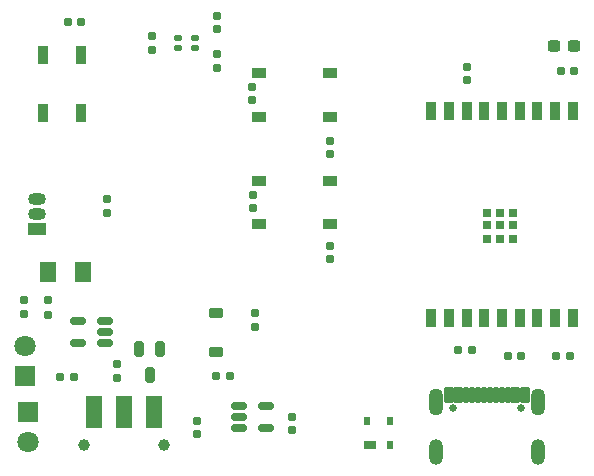
<source format=gbr>
%TF.GenerationSoftware,KiCad,Pcbnew,7.0.8*%
%TF.CreationDate,2023-10-04T18:10:58+08:00*%
%TF.ProjectId,Arsnic,4172736e-6963-42e6-9b69-6361645f7063,rev?*%
%TF.SameCoordinates,Original*%
%TF.FileFunction,Soldermask,Top*%
%TF.FilePolarity,Negative*%
%FSLAX46Y46*%
G04 Gerber Fmt 4.6, Leading zero omitted, Abs format (unit mm)*
G04 Created by KiCad (PCBNEW 7.0.8) date 2023-10-04 18:10:58*
%MOMM*%
%LPD*%
G01*
G04 APERTURE LIST*
G04 Aperture macros list*
%AMRoundRect*
0 Rectangle with rounded corners*
0 $1 Rounding radius*
0 $2 $3 $4 $5 $6 $7 $8 $9 X,Y pos of 4 corners*
0 Add a 4 corners polygon primitive as box body*
4,1,4,$2,$3,$4,$5,$6,$7,$8,$9,$2,$3,0*
0 Add four circle primitives for the rounded corners*
1,1,$1+$1,$2,$3*
1,1,$1+$1,$4,$5*
1,1,$1+$1,$6,$7*
1,1,$1+$1,$8,$9*
0 Add four rect primitives between the rounded corners*
20,1,$1+$1,$2,$3,$4,$5,0*
20,1,$1+$1,$4,$5,$6,$7,0*
20,1,$1+$1,$6,$7,$8,$9,0*
20,1,$1+$1,$8,$9,$2,$3,0*%
G04 Aperture macros list end*
%ADD10RoundRect,0.102000X-0.600000X-1.250000X0.600000X-1.250000X0.600000X1.250000X-0.600000X1.250000X0*%
%ADD11C,1.000000*%
%ADD12R,0.900000X1.500000*%
%ADD13RoundRect,0.155000X0.155000X-0.212500X0.155000X0.212500X-0.155000X0.212500X-0.155000X-0.212500X0*%
%ADD14RoundRect,0.237500X0.300000X0.237500X-0.300000X0.237500X-0.300000X-0.237500X0.300000X-0.237500X0*%
%ADD15RoundRect,0.155000X0.212500X0.155000X-0.212500X0.155000X-0.212500X-0.155000X0.212500X-0.155000X0*%
%ADD16RoundRect,0.150800X-0.256200X0.496200X-0.256200X-0.496200X0.256200X-0.496200X0.256200X0.496200X0*%
%ADD17RoundRect,0.250001X0.462499X0.624999X-0.462499X0.624999X-0.462499X-0.624999X0.462499X-0.624999X0*%
%ADD18R,0.700000X0.700000*%
%ADD19RoundRect,0.150000X-0.512500X-0.150000X0.512500X-0.150000X0.512500X0.150000X-0.512500X0.150000X0*%
%ADD20RoundRect,0.155000X-0.212500X-0.155000X0.212500X-0.155000X0.212500X0.155000X-0.212500X0.155000X0*%
%ADD21RoundRect,0.160000X0.160000X-0.197500X0.160000X0.197500X-0.160000X0.197500X-0.160000X-0.197500X0*%
%ADD22RoundRect,0.155000X-0.155000X0.212500X-0.155000X-0.212500X0.155000X-0.212500X0.155000X0.212500X0*%
%ADD23RoundRect,0.102000X-0.500000X-0.350000X0.500000X-0.350000X0.500000X0.350000X-0.500000X0.350000X0*%
%ADD24RoundRect,0.160000X-0.160000X0.197500X-0.160000X-0.197500X0.160000X-0.197500X0.160000X0.197500X0*%
%ADD25R,1.000000X0.700000*%
%ADD26R,0.600000X0.700000*%
%ADD27RoundRect,0.225000X0.375000X-0.225000X0.375000X0.225000X-0.375000X0.225000X-0.375000X-0.225000X0*%
%ADD28RoundRect,0.150000X0.512500X0.150000X-0.512500X0.150000X-0.512500X-0.150000X0.512500X-0.150000X0*%
%ADD29R,1.800000X1.800000*%
%ADD30C,1.800000*%
%ADD31RoundRect,0.102000X0.250000X0.150000X-0.250000X0.150000X-0.250000X-0.150000X0.250000X-0.150000X0*%
%ADD32C,0.650000*%
%ADD33RoundRect,0.102000X-0.300000X-0.575000X0.300000X-0.575000X0.300000X0.575000X-0.300000X0.575000X0*%
%ADD34RoundRect,0.102000X-0.150000X-0.575000X0.150000X-0.575000X0.150000X0.575000X-0.150000X0.575000X0*%
%ADD35O,1.254000X2.304000*%
%ADD36O,1.204000X2.204000*%
%ADD37R,1.500000X1.050000*%
%ADD38O,1.500000X1.050000*%
G04 APERTURE END LIST*
D10*
%TO.C,S1*%
X113150000Y-135350000D03*
X110650000Y-135350000D03*
X108150000Y-135350000D03*
D11*
X114050000Y-138100000D03*
X107250000Y-138100000D03*
%TD*%
D12*
%TO.C,D3*%
X107050000Y-105150000D03*
X103750000Y-105150000D03*
X103750000Y-110050000D03*
X107050000Y-110050000D03*
%TD*%
D13*
%TO.C,C11*%
X121550000Y-118067500D03*
X121550000Y-116932500D03*
%TD*%
D14*
%TO.C,C8*%
X148750000Y-104350000D03*
X147025000Y-104350000D03*
%TD*%
D13*
%TO.C,R11*%
X128100000Y-113535000D03*
X128100000Y-112400000D03*
%TD*%
D15*
%TO.C,C6*%
X107050000Y-102350000D03*
X105915000Y-102350000D03*
%TD*%
D16*
%TO.C,Q1*%
X113730000Y-130050000D03*
X111900000Y-130050000D03*
X112815000Y-132190000D03*
%TD*%
D17*
%TO.C,F1*%
X107187500Y-123500000D03*
X104212500Y-123500000D03*
%TD*%
D12*
%TO.C,U5*%
X148650000Y-109850000D03*
X147150000Y-109850000D03*
X145650000Y-109850000D03*
X144150000Y-109850000D03*
X142650000Y-109850000D03*
X141150000Y-109850000D03*
X139650000Y-109850000D03*
X138150000Y-109850000D03*
X136650000Y-109850000D03*
X136650000Y-127350000D03*
X138150000Y-127350000D03*
X139650000Y-127350000D03*
X141150000Y-127350000D03*
X142650000Y-127350000D03*
X144150000Y-127350000D03*
X145650000Y-127350000D03*
X147150000Y-127350000D03*
X148650000Y-127350000D03*
D18*
X143550000Y-118460000D03*
X142450000Y-118460000D03*
X141350000Y-118460000D03*
X143550000Y-119510000D03*
X142450000Y-119510000D03*
X141350000Y-119510000D03*
X143550000Y-120660000D03*
X142450000Y-120660000D03*
X141350000Y-120660000D03*
%TD*%
D15*
%TO.C,C9*%
X148767500Y-106450000D03*
X147632500Y-106450000D03*
%TD*%
D19*
%TO.C,U2*%
X120387500Y-134800000D03*
X120387500Y-135750000D03*
X120387500Y-136700000D03*
X122662500Y-136700000D03*
X122662500Y-134800000D03*
%TD*%
D20*
%TO.C,R6*%
X138965000Y-130100000D03*
X140100000Y-130100000D03*
%TD*%
D21*
%TO.C,R10*%
X109250000Y-118495000D03*
X109250000Y-117300000D03*
%TD*%
D13*
%TO.C,C10*%
X121450000Y-108967500D03*
X121450000Y-107832500D03*
%TD*%
D22*
%TO.C,R8*%
X118550000Y-101800000D03*
X118550000Y-102935000D03*
%TD*%
D13*
%TO.C,R9*%
X118550000Y-106185000D03*
X118550000Y-105050000D03*
%TD*%
D23*
%TO.C,SW1*%
X122100000Y-115750000D03*
X128100000Y-115750000D03*
X122100000Y-119450000D03*
X128100000Y-119450000D03*
%TD*%
D22*
%TO.C,C4*%
X110050000Y-131300000D03*
X110050000Y-132435000D03*
%TD*%
D24*
%TO.C,R1*%
X121775000Y-126950000D03*
X121775000Y-128145000D03*
%TD*%
D20*
%TO.C,R5*%
X105265000Y-132350000D03*
X106400000Y-132350000D03*
%TD*%
D22*
%TO.C,C1*%
X116862500Y-136100000D03*
X116862500Y-137235000D03*
%TD*%
D25*
%TO.C,D4*%
X131450000Y-138100000D03*
D26*
X133150000Y-138100000D03*
X133150000Y-136100000D03*
X131250000Y-136100000D03*
%TD*%
D13*
%TO.C,R2*%
X139650000Y-107235000D03*
X139650000Y-106100000D03*
%TD*%
D20*
%TO.C,R7*%
X143150000Y-130600000D03*
X144285000Y-130600000D03*
%TD*%
D27*
%TO.C,D1*%
X118475000Y-130300000D03*
X118475000Y-127000000D03*
%TD*%
D28*
%TO.C,U1*%
X109050000Y-129500000D03*
X109050000Y-128550000D03*
X109050000Y-127600000D03*
X106775000Y-127600000D03*
X106775000Y-129500000D03*
%TD*%
D29*
%TO.C,D2*%
X102250000Y-132290000D03*
D30*
X102250000Y-129750000D03*
%TD*%
D31*
%TO.C,U3*%
X116650000Y-104517500D03*
X116650000Y-103717500D03*
X115250000Y-103717500D03*
X115250000Y-104517500D03*
%TD*%
D20*
%TO.C,R3*%
X147265000Y-130600000D03*
X148400000Y-130600000D03*
%TD*%
D22*
%TO.C,C7*%
X113000000Y-103550000D03*
X113000000Y-104685000D03*
%TD*%
%TO.C,C3*%
X102150000Y-125900000D03*
X102150000Y-127035000D03*
%TD*%
%TO.C,C2*%
X124850000Y-135750000D03*
X124850000Y-136885000D03*
%TD*%
D24*
%TO.C,R4*%
X104200000Y-125900000D03*
X104200000Y-127095000D03*
%TD*%
D20*
%TO.C,C5*%
X118465000Y-132300000D03*
X119600000Y-132300000D03*
%TD*%
D13*
%TO.C,R12*%
X128100000Y-122385000D03*
X128100000Y-121250000D03*
%TD*%
D23*
%TO.C,SW2*%
X122100000Y-106650000D03*
X128100000Y-106650000D03*
X122100000Y-110350000D03*
X128100000Y-110350000D03*
%TD*%
D32*
%TO.C,J1*%
X138480000Y-135020000D03*
X144260000Y-135020000D03*
D33*
X138170000Y-133945000D03*
X138970000Y-133945000D03*
D34*
X140120000Y-133945000D03*
X141120000Y-133945000D03*
X141620000Y-133945000D03*
X142620000Y-133945000D03*
D33*
X144570000Y-133945000D03*
X143770000Y-133945000D03*
D34*
X143120000Y-133945000D03*
X142120000Y-133945000D03*
X140620000Y-133945000D03*
X139620000Y-133945000D03*
D35*
X137050000Y-134520000D03*
D36*
X137050000Y-138700000D03*
X145690000Y-138700000D03*
D35*
X145690000Y-134520000D03*
%TD*%
D29*
%TO.C,BT1*%
X102525000Y-135350000D03*
D30*
X102525000Y-137890000D03*
%TD*%
D37*
%TO.C,U4*%
X103250000Y-119870000D03*
D38*
X103250000Y-118600000D03*
X103250000Y-117330000D03*
%TD*%
M02*

</source>
